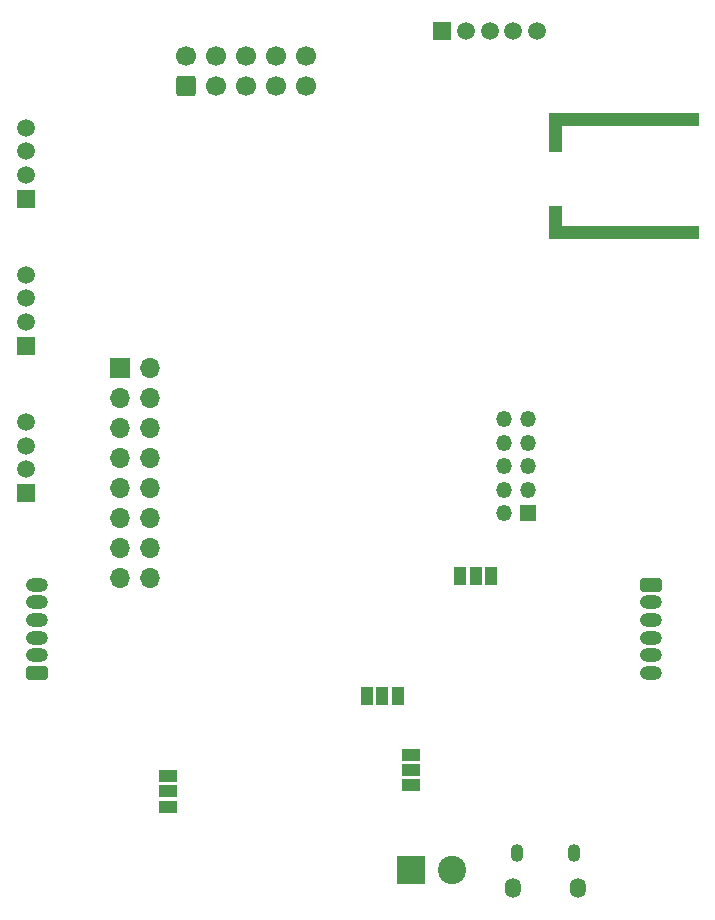
<source format=gbr>
%TF.GenerationSoftware,KiCad,Pcbnew,7.0.1*%
%TF.CreationDate,2023-10-06T11:10:41+02:00*%
%TF.ProjectId,Drv_board,4472765f-626f-4617-9264-2e6b69636164,rev?*%
%TF.SameCoordinates,Original*%
%TF.FileFunction,Soldermask,Bot*%
%TF.FilePolarity,Negative*%
%FSLAX46Y46*%
G04 Gerber Fmt 4.6, Leading zero omitted, Abs format (unit mm)*
G04 Created by KiCad (PCBNEW 7.0.1) date 2023-10-06 11:10:41*
%MOMM*%
%LPD*%
G01*
G04 APERTURE LIST*
G04 Aperture macros list*
%AMRoundRect*
0 Rectangle with rounded corners*
0 $1 Rounding radius*
0 $2 $3 $4 $5 $6 $7 $8 $9 X,Y pos of 4 corners*
0 Add a 4 corners polygon primitive as box body*
4,1,4,$2,$3,$4,$5,$6,$7,$8,$9,$2,$3,0*
0 Add four circle primitives for the rounded corners*
1,1,$1+$1,$2,$3*
1,1,$1+$1,$4,$5*
1,1,$1+$1,$6,$7*
1,1,$1+$1,$8,$9*
0 Add four rect primitives between the rounded corners*
20,1,$1+$1,$2,$3,$4,$5,0*
20,1,$1+$1,$4,$5,$6,$7,0*
20,1,$1+$1,$6,$7,$8,$9,0*
20,1,$1+$1,$8,$9,$2,$3,0*%
G04 Aperture macros list end*
%ADD10C,0.005000*%
%ADD11R,1.500000X1.500000*%
%ADD12C,1.500000*%
%ADD13R,1.350000X1.350000*%
%ADD14O,1.350000X1.350000*%
%ADD15O,1.350000X1.700000*%
%ADD16O,1.100000X1.500000*%
%ADD17RoundRect,0.250000X0.685000X-0.335000X0.685000X0.335000X-0.685000X0.335000X-0.685000X-0.335000X0*%
%ADD18O,1.870000X1.170000*%
%ADD19RoundRect,0.250000X0.600000X-0.600000X0.600000X0.600000X-0.600000X0.600000X-0.600000X-0.600000X0*%
%ADD20C,1.700000*%
%ADD21R,2.400000X2.400000*%
%ADD22C,2.400000*%
%ADD23R,1.700000X1.700000*%
%ADD24O,1.700000X1.700000*%
%ADD25RoundRect,0.250000X-0.685000X0.335000X-0.685000X-0.335000X0.685000X-0.335000X0.685000X0.335000X0*%
%ADD26R,1.500000X1.000000*%
%ADD27R,1.000000X1.500000*%
G04 APERTURE END LIST*
D10*
X147320000Y-79552800D02*
X159918400Y-79552800D01*
X159918400Y-80568800D01*
X147320000Y-80568800D01*
X147320000Y-79552800D01*
G36*
X147320000Y-79552800D02*
G01*
X159918400Y-79552800D01*
X159918400Y-80568800D01*
X147320000Y-80568800D01*
X147320000Y-79552800D01*
G37*
X147320000Y-89103200D02*
X159918400Y-89103200D01*
X159918400Y-90119200D01*
X147320000Y-90119200D01*
X147320000Y-89103200D01*
G36*
X147320000Y-89103200D02*
G01*
X159918400Y-89103200D01*
X159918400Y-90119200D01*
X147320000Y-90119200D01*
X147320000Y-89103200D01*
G37*
X147320000Y-87376000D02*
X148336000Y-87376000D01*
X148336000Y-89128600D01*
X147320000Y-89128600D01*
X147320000Y-87376000D01*
G36*
X147320000Y-87376000D02*
G01*
X148336000Y-87376000D01*
X148336000Y-89128600D01*
X147320000Y-89128600D01*
X147320000Y-87376000D01*
G37*
X147320000Y-80568800D02*
X148336000Y-80568800D01*
X148336000Y-82753200D01*
X147320000Y-82753200D01*
X147320000Y-80568800D01*
G36*
X147320000Y-80568800D02*
G01*
X148336000Y-80568800D01*
X148336000Y-82753200D01*
X147320000Y-82753200D01*
X147320000Y-80568800D01*
G37*
D11*
%TO.C,J5*%
X138294000Y-72560000D03*
D12*
X140294000Y-72560000D03*
X142294000Y-72560000D03*
X144294000Y-72560000D03*
X146294000Y-72560000D03*
%TD*%
D13*
%TO.C,J7*%
X145542000Y-113410000D03*
D14*
X143542000Y-113410000D03*
X145542000Y-111410000D03*
X143542000Y-111410000D03*
X145542000Y-109410000D03*
X143542000Y-109410000D03*
X145542000Y-107410000D03*
X143542000Y-107410000D03*
X145542000Y-105410000D03*
X143542000Y-105410000D03*
%TD*%
D15*
%TO.C,J1*%
X144311000Y-145133000D03*
D16*
X144621000Y-142133000D03*
X149461000Y-142133000D03*
D15*
X149771000Y-145133000D03*
%TD*%
D17*
%TO.C,J8*%
X104000000Y-126940000D03*
D18*
X104000000Y-125440000D03*
X104000000Y-123940000D03*
X104000000Y-122440000D03*
X104000000Y-120940000D03*
X104000000Y-119440000D03*
%TD*%
D19*
%TO.C,J4*%
X116586000Y-77206500D03*
D20*
X116586000Y-74666500D03*
X119126000Y-77206500D03*
X119126000Y-74666500D03*
X121666000Y-77206500D03*
X121666000Y-74666500D03*
X124206000Y-77206500D03*
X124206000Y-74666500D03*
X126746000Y-77206500D03*
X126746000Y-74666500D03*
%TD*%
D21*
%TO.C,BT1*%
X135648200Y-143572000D03*
D22*
X139148200Y-143572000D03*
%TD*%
D23*
%TO.C,J11*%
X110998000Y-101087000D03*
D24*
X113538000Y-101087000D03*
X110998000Y-103627000D03*
X113538000Y-103627000D03*
X110998000Y-106167000D03*
X113538000Y-106167000D03*
X110998000Y-108707000D03*
X113538000Y-108707000D03*
X110998000Y-111247000D03*
X113538000Y-111247000D03*
X110998000Y-113787000D03*
X113538000Y-113787000D03*
X110998000Y-116327000D03*
X113538000Y-116327000D03*
X110998000Y-118867000D03*
X113538000Y-118867000D03*
%TD*%
D11*
%TO.C,J2*%
X103040000Y-99212000D03*
D12*
X103040000Y-97212000D03*
X103040000Y-95212000D03*
X103040000Y-93212000D03*
%TD*%
D11*
%TO.C,J6*%
X103047800Y-111664000D03*
D12*
X103047800Y-109664000D03*
X103047800Y-107664000D03*
X103047800Y-105664000D03*
%TD*%
D25*
%TO.C,J9*%
X156000000Y-119440000D03*
D18*
X156000000Y-120940000D03*
X156000000Y-122440000D03*
X156000000Y-123940000D03*
X156000000Y-125440000D03*
X156000000Y-126940000D03*
%TD*%
D11*
%TO.C,J3*%
X103040000Y-86766000D03*
D12*
X103040000Y-84766000D03*
X103040000Y-82766000D03*
X103040000Y-80766000D03*
%TD*%
D26*
%TO.C,JP2*%
X135648200Y-136442000D03*
X135648200Y-135142000D03*
X135648200Y-133842000D03*
%TD*%
D27*
%TO.C,JP1*%
X131923000Y-128905000D03*
X133223000Y-128905000D03*
X134523000Y-128905000D03*
%TD*%
D26*
%TO.C,JP3*%
X115074200Y-135645400D03*
X115074200Y-136945400D03*
X115074200Y-138245400D03*
%TD*%
D27*
%TO.C,SW1*%
X142427000Y-118745000D03*
X141127000Y-118745000D03*
X139827000Y-118745000D03*
%TD*%
M02*

</source>
